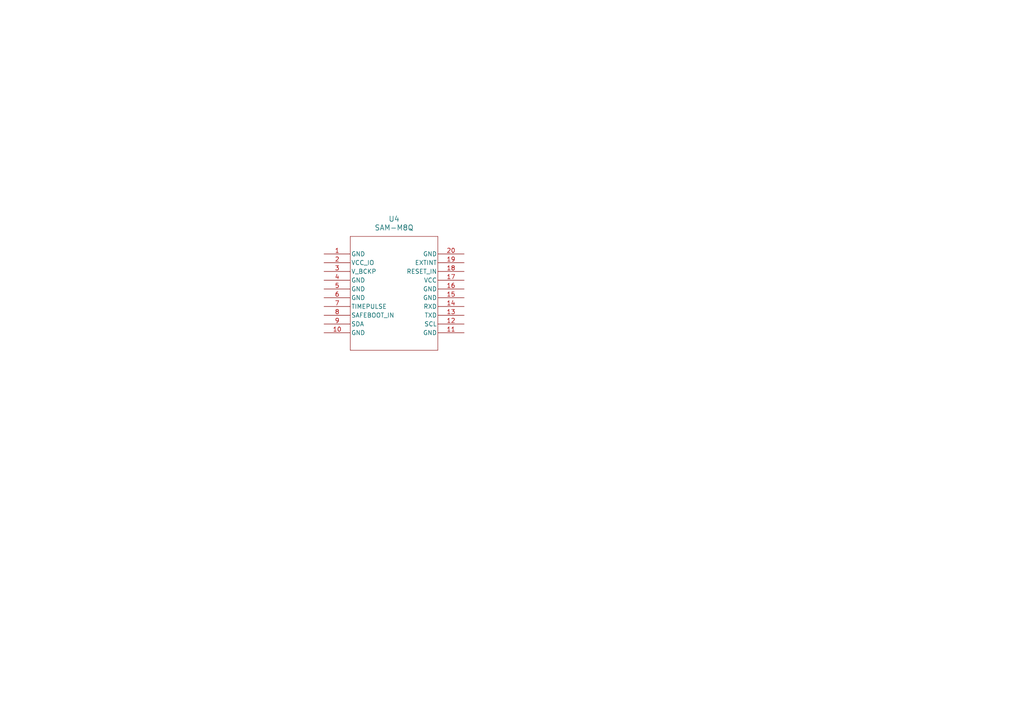
<source format=kicad_sch>
(kicad_sch (version 20231120) (generator "eeschema") (generator_version "8.0")
  (paper "A4")
  (lib_symbols
    (symbol "SRAD_AVIONICS:SAM-M8Q" (pin_names (offset 0.254))
      (property "Reference" "U4" (at 20.32 10.16 0))
      (property "Value" "SAM-M8Q" (at 20.32 7.62 0))
      (symbol "SAM-M8Q_0_1"
        (polyline (pts (xy 7.62 -27.94) (xy 33.02 -27.94)) (stroke (width 0.127)))
        (polyline (pts (xy 7.62 5.08) (xy 7.62 -27.94)) (stroke (width 0.127)))
        (polyline (pts (xy 33.02 -27.94) (xy 33.02 5.08)) (stroke (width 0.127)))
        (polyline (pts (xy 33.02 5.08) (xy 7.62 5.08)) (stroke (width 0.127)))
      )
      (symbol "SAM-M8Q_1_1"
        (pin power_out line (at 0 0 0) (length 7.62) (name "GND") (number "1"))
        (pin power_out line (at 0 -22.86 0) (length 7.62) (name "GND") (number "10"))
        (pin power_out line (at 40.64 -22.86 180) (length 7.62) (name "GND") (number "11"))
        (pin unspecified line (at 40.64 -20.32 180) (length 7.62) (name "SCL") (number "12"))
        (pin unspecified line (at 40.64 -17.78 180) (length 7.62) (name "TXD") (number "13"))
        (pin unspecified line (at 40.64 -15.24 180) (length 7.62) (name "RXD") (number "14"))
        (pin power_out line (at 40.64 -12.7 180) (length 7.62) (name "GND") (number "15"))
        (pin power_out line (at 40.64 -10.16 180) (length 7.62) (name "GND") (number "16"))
        (pin power_in line (at 40.64 -7.62 180) (length 7.62) (name "VCC") (number "17"))
        (pin unspecified line (at 40.64 -5.08 180) (length 7.62) (name "RESET_IN") (number "18"))
        (pin unspecified line (at 40.64 -2.54 180) (length 7.62) (name "EXTINT") (number "19"))
        (pin power_in line (at 0 -2.54 0) (length 7.62) (name "VCC_IO") (number "2"))
        (pin power_out line (at 40.64 0 180) (length 7.62) (name "GND") (number "20"))
        (pin unspecified line (at 0 -5.08 0) (length 7.62) (name "V_BCKP") (number "3"))
        (pin power_out line (at 0 -7.62 0) (length 7.62) (name "GND") (number "4"))
        (pin power_out line (at 0 -10.16 0) (length 7.62) (name "GND") (number "5"))
        (pin power_out line (at 0 -12.7 0) (length 7.62) (name "GND") (number "6"))
        (pin unspecified line (at 0 -15.24 0) (length 7.62) (name "TIMEPULSE") (number "7"))
        (pin unspecified line (at 0 -17.78 0) (length 7.62) (name "SAFEBOOT_IN") (number "8"))
        (pin unspecified line (at 0 -20.32 0) (length 7.62) (name "SDA") (number "9"))
      )
    )
  )
  (symbol (lib_id "SRAD_AVIONICS:SAM-M8Q") (at 93.98 73.66 0) (unit 1)
    (property "Reference" "U4" (at 114.3 63.5 0) (effects (font (size 1.524 1.524))))
    (property "Value" "SAM-M8Q" (at 114.3 66.04 0) (effects (font (size 1.524 1.524))))
    (property "Footprint" "QFN_M-M8Q_UBL" (effects (hide yes)))
    (property "Datasheet" "SAM-M8Q" (effects (hide yes)))
  )
)
</source>
